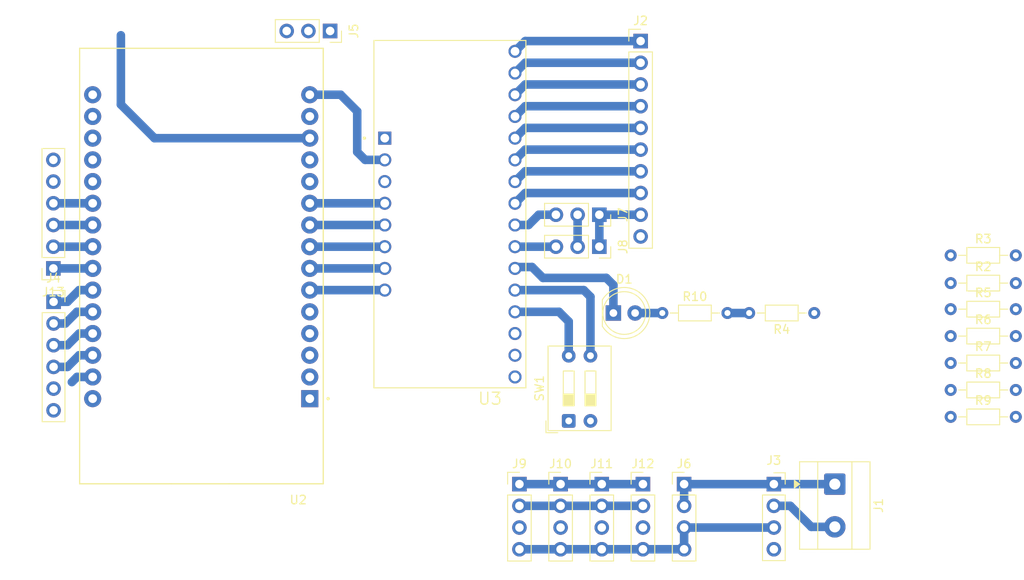
<source format=kicad_pcb>
(kicad_pcb (version 20241229) (generator "pcbnew") (generator_version "9.0")
  (layers (0 "F.Cu" signal) (2 "B.Cu" signal) (13 "F.Paste" user) (15 "B.Paste" user) (5 "F.SilkS" user "F.Silkscreen") (7 "B.SilkS" user "B.Silkscreen") (1 "F.Mask" user) (3 "B.Mask" user) (25 "Edge.Cuts" user))
  (net 0 "")
  (net 1 "GND")
  (net 2 "ECHO2")
  (net 3 "Net-(J10-Pin_3)")
  (net 4 "Net-(J9-Pin_3)")
  (net 5 "TRIG1")
  (net 6 "EN-R")
  (net 7 "PWM-R")
  (net 8 "EN-L")
  (net 9 "PWM-L")
  (net 10 "PWM-L 2")
  (net 11 "PWM-R 2")
  (net 12 "EN-R 2")
  (net 13 "EN-L 2")
  (net 14 "D0")
  (net 15 "D3")
  (net 16 "D5")
  (net 17 "D4")
  (net 18 "D6")
  (net 19 "D8")
  (net 20 "D7")
  (net 21 "D2")
  (net 22 "D1")
  (net 23 "A2")
  (net 24 "Net-(J11-Pin_3)")
  (net 25 "Net-(J12-Pin_3)")
  (net 26 "ECHO1")
  (net 27 "D9")
  (net 28 "ECHO3")
  (net 29 "ECHO4")
  (net 30 "SW1")
  (net 31 "SW2")
  (net 32 "IN+")
  (net 33 "IN-")
  (net 34 "Net-(D1-A)")
  (net 35 "D10")
  (net 36 "S0")
  (net 37 "S3")
  (net 38 "S2")
  (net 39 "S1")
  (net 42 "SIG")
  (net 52 "OUT+")
  (footprint "Connector_PinHeader_2.54mm:PinHeader_1x04_P2.54mm_Vertical" (layer "F.Cu") (at 174 96.52)
    (property "Reference" "J6" (at 0 -2.38 0) (layer "F.SilkS"))
    (property "Value" "Conn_01x04_Pin")
    (fp_line (start -1.38 -1.38) (end 0 -1.38) (stroke (width 0.12)) (layer "F.SilkS"))
    (fp_line (start -1.38 0) (end -1.38 -1.38) (stroke (width 0.12)) (layer "F.SilkS"))
    (fp_line (start -1.38 1.27) (end -1.38 9) (stroke (width 0.12)) (layer "F.SilkS"))
    (fp_line (start -1.38 1.27) (end 1.38 1.27) (stroke (width 0.12)) (layer "F.SilkS"))
    (fp_line (start -1.38 9) (end 1.38 9) (stroke (width 0.12)) (layer "F.SilkS"))
    (fp_line (start 1.38 1.27) (end 1.38 9) (stroke (width 0.12)) (layer "F.SilkS"))
    (pad "1" thru_hole rect (at 0 0) (size 1.7 1.7) (drill 1) (layers "*.Cu" "*.Mask") (net 52 "OUT+"))
    (pad "2" thru_hole circle (at 0 2.54) (size 1.7 1.7) (drill 1) (layers "*.Cu" "*.Mask") (net 52 "OUT+"))
    (pad "3" thru_hole circle (at 0 5.08) (size 1.7 1.7) (drill 1) (layers "*.Cu" "*.Mask") (net 1 "GND"))
    (pad "4" thru_hole circle (at 0 7.62) (size 1.7 1.7) (drill 1) (layers "*.Cu" "*.Mask") (net 1 "GND"))
  )
  (footprint "Connector_PinSocket_2.54mm:PinSocket_1x03_P2.54mm_Vertical" (layer "F.Cu") (at 132.58 43.5 -90)
    (property "Reference" "J5" (at 0 -2.77 90) (layer "F.SilkS"))
    (property "Value" "infrarrojo")
    (fp_line (start -1.33 6.41) (end 1.33 6.41) (stroke (width 0.12)) (layer "F.SilkS"))
    (fp_line (start -1.33 1.27) (end -1.33 6.41) (stroke (width 0.12)) (layer "F.SilkS"))
    (fp_line (start -1.33 1.27) (end 1.33 1.27) (stroke (width 0.12)) (layer "F.SilkS"))
    (fp_line (start 1.33 1.27) (end 1.33 6.41) (stroke (width 0.12)) (layer "F.SilkS"))
    (fp_line (start 0 -1.33) (end 1.33 -1.33) (stroke (width 0.12)) (layer "F.SilkS"))
    (fp_line (start 1.33 -1.33) (end 1.33 0) (stroke (width 0.12)) (layer "F.SilkS"))
    (pad "1" thru_hole rect (at 0 0 270) (size 1.7 1.7) (drill 1) (layers "*.Cu" "*.Mask") (net 32 "IN+"))
    (pad "2" thru_hole circle (at 0 2.54 270) (size 1.7 1.7) (drill 1) (layers "*.Cu" "*.Mask") (net 1 "GND"))
    (pad "3" thru_hole circle (at 0 5.08 270) (size 1.7 1.7) (drill 1) (layers "*.Cu" "*.Mask") (net 23 "A2"))
  )
  (footprint "Resistor_THT:R_Axial_DIN0204_L3.6mm_D1.6mm_P7.62mm_Horizontal" (layer "F.Cu") (at 205.19 76.05)
    (property "Reference" "R5" (at 3.81 -1.92 0) (layer "F.SilkS"))
    (property "Value" "R")
    (fp_line (start 0.94 0) (end 1.89 0) (stroke (width 0.12)) (layer "F.SilkS"))
    (fp_line (start 1.89 -0.92) (end 1.89 0.92) (stroke (width 0.12)) (layer "F.SilkS"))
    (fp_line (start 1.89 0.92) (end 5.73 0.92) (stroke (width 0.12)) (layer "F.SilkS"))
    (fp_line (start 5.73 -0.92) (end 1.89 -0.92) (stroke (width 0.12)) (layer "F.SilkS"))
    (fp_line (start 5.73 0.92) (end 5.73 -0.92) (stroke (width 0.12)) (layer "F.SilkS"))
    (fp_line (start 6.68 0) (end 5.73 0) (stroke (width 0.12)) (layer "F.SilkS"))
    (pad "1" thru_hole circle (at 0 0) (size 1.4 1.4) (drill 0.7) (layers "*.Cu" "*.Mask") (net 1 "GND"))
    (pad "2" thru_hole oval (at 7.62 0) (size 1.4 1.4) (drill 0.7) (layers "*.Cu" "*.Mask") (net 2 "ECHO2"))
  )
  (footprint "Connector_PinHeader_2.54mm:PinHeader_1x04_P2.54mm_Vertical" (layer "F.Cu") (at 164.365 96.52)
    (property "Reference" "J11" (at 0 -2.38 0) (layer "F.SilkS"))
    (property "Value" "HC-04")
    (fp_line (start -1.38 -1.38) (end 0 -1.38) (stroke (width 0.12)) (layer "F.SilkS"))
    (fp_line (start -1.38 0) (end -1.38 -1.38) (stroke (width 0.12)) (layer "F.SilkS"))
    (fp_line (start -1.38 1.27) (end -1.38 9) (stroke (width 0.12)) (layer "F.SilkS"))
    (fp_line (start -1.38 1.27) (end 1.38 1.27) (stroke (width 0.12)) (layer "F.SilkS"))
    (fp_line (start -1.38 9) (end 1.38 9) (stroke (width 0.12)) (layer "F.SilkS"))
    (fp_line (start 1.38 1.27) (end 1.38 9) (stroke (width 0.12)) (layer "F.SilkS"))
    (pad "1" thru_hole rect (at 0 0) (size 1.7 1.7) (drill 1) (layers "*.Cu" "*.Mask") (net 32 "IN+"))
    (pad "2" thru_hole circle (at 0 2.54) (size 1.7 1.7) (drill 1) (layers "*.Cu" "*.Mask") (net 5 "TRIG1"))
    (pad "3" thru_hole circle (at 0 5.08) (size 1.7 1.7) (drill 1) (layers "*.Cu" "*.Mask") (net 24 "Net-(J11-Pin_3)"))
    (pad "4" thru_hole circle (at 0 7.62) (size 1.7 1.7) (drill 1) (layers "*.Cu" "*.Mask") (net 1 "GND"))
  )
  (footprint "Resistor_THT:R_Axial_DIN0204_L3.6mm_D1.6mm_P7.62mm_Horizontal" (layer "F.Cu") (at 205.19 69.75)
    (property "Reference" "R3" (at 3.81 -1.92 0) (layer "F.SilkS"))
    (property "Value" "R")
    (fp_line (start 0.94 0) (end 1.89 0) (stroke (width 0.12)) (layer "F.SilkS"))
    (fp_line (start 1.89 -0.92) (end 1.89 0.92) (stroke (width 0.12)) (layer "F.SilkS"))
    (fp_line (start 1.89 0.92) (end 5.73 0.92) (stroke (width 0.12)) (layer "F.SilkS"))
    (fp_line (start 5.73 -0.92) (end 1.89 -0.92) (stroke (width 0.12)) (layer "F.SilkS"))
    (fp_line (start 5.73 0.92) (end 5.73 -0.92) (stroke (width 0.12)) (layer "F.SilkS"))
    (fp_line (start 6.68 0) (end 5.73 0) (stroke (width 0.12)) (layer "F.SilkS"))
    (pad "1" thru_hole circle (at 0 0) (size 1.4 1.4) (drill 0.7) (layers "*.Cu" "*.Mask") (net 4 "Net-(J9-Pin_3)"))
    (pad "2" thru_hole oval (at 7.62 0) (size 1.4 1.4) (drill 0.7) (layers "*.Cu" "*.Mask") (net 26 "ECHO1"))
  )
  (footprint "Connector_PinHeader_2.54mm:PinHeader_1x04_P2.54mm_Vertical" (layer "F.Cu") (at 159.5475 96.52)
    (property "Reference" "J10" (at 0 -2.38 0) (layer "F.SilkS"))
    (property "Value" "HC-04")
    (fp_line (start -1.38 -1.38) (end 0 -1.38) (stroke (width 0.12)) (layer "F.SilkS"))
    (fp_line (start -1.38 0) (end -1.38 -1.38) (stroke (width 0.12)) (layer "F.SilkS"))
    (fp_line (start -1.38 1.27) (end -1.38 9) (stroke (width 0.12)) (layer "F.SilkS"))
    (fp_line (start -1.38 1.27) (end 1.38 1.27) (stroke (width 0.12)) (layer "F.SilkS"))
    (fp_line (start -1.38 9) (end 1.38 9) (stroke (width 0.12)) (layer "F.SilkS"))
    (fp_line (start 1.38 1.27) (end 1.38 9) (stroke (width 0.12)) (layer "F.SilkS"))
    (pad "1" thru_hole rect (at 0 0) (size 1.7 1.7) (drill 1) (layers "*.Cu" "*.Mask") (net 32 "IN+"))
    (pad "2" thru_hole circle (at 0 2.54) (size 1.7 1.7) (drill 1) (layers "*.Cu" "*.Mask") (net 5 "TRIG1"))
    (pad "3" thru_hole circle (at 0 5.08) (size 1.7 1.7) (drill 1) (layers "*.Cu" "*.Mask") (net 3 "Net-(J10-Pin_3)"))
    (pad "4" thru_hole circle (at 0 7.62) (size 1.7 1.7) (drill 1) (layers "*.Cu" "*.Mask") (net 1 "GND"))
  )
  (footprint "Resistor_THT:R_Axial_DIN0204_L3.6mm_D1.6mm_P7.62mm_Horizontal" (layer "F.Cu") (at 205.19 79.2)
    (property "Reference" "R6" (at 3.81 -1.92 0) (layer "F.SilkS"))
    (property "Value" "R")
    (fp_line (start 0.94 0) (end 1.89 0) (stroke (width 0.12)) (layer "F.SilkS"))
    (fp_line (start 1.89 -0.92) (end 1.89 0.92) (stroke (width 0.12)) (layer "F.SilkS"))
    (fp_line (start 1.89 0.92) (end 5.73 0.92) (stroke (width 0.12)) (layer "F.SilkS"))
    (fp_line (start 5.73 -0.92) (end 1.89 -0.92) (stroke (width 0.12)) (layer "F.SilkS"))
    (fp_line (start 5.73 0.92) (end 5.73 -0.92) (stroke (width 0.12)) (layer "F.SilkS"))
    (fp_line (start 6.68 0) (end 5.73 0) (stroke (width 0.12)) (layer "F.SilkS"))
    (pad "1" thru_hole circle (at 0 0) (size 1.4 1.4) (drill 0.7) (layers "*.Cu" "*.Mask") (net 24 "Net-(J11-Pin_3)"))
    (pad "2" thru_hole oval (at 7.62 0) (size 1.4 1.4) (drill 0.7) (layers "*.Cu" "*.Mask") (net 28 "ECHO3"))
  )
  (footprint "Connector_PinSocket_2.54mm:PinSocket_1x03_P2.54mm_Vertical" (layer "F.Cu") (at 164.08 65 -90)
    (property "Reference" "J7" (at 0 -2.77 90) (layer "F.SilkS"))
    (property "Value" "Conn_01x03_Pin")
    (fp_line (start -1.33 6.41) (end 1.33 6.41) (stroke (width 0.12)) (layer "F.SilkS"))
    (fp_line (start -1.33 1.27) (end -1.33 6.41) (stroke (width 0.12)) (layer "F.SilkS"))
    (fp_line (start -1.33 1.27) (end 1.33 1.27) (stroke (width 0.12)) (layer "F.SilkS"))
    (fp_line (start 1.33 1.27) (end 1.33 6.41) (stroke (width 0.12)) (layer "F.SilkS"))
    (fp_line (start 0 -1.33) (end 1.33 -1.33) (stroke (width 0.12)) (layer "F.SilkS"))
    (fp_line (start 1.33 -1.33) (end 1.33 0) (stroke (width 0.12)) (layer "F.SilkS"))
    (pad "1" thru_hole rect (at 0 0 270) (size 1.7 1.7) (drill 1) (layers "*.Cu" "*.Mask") (net 32 "IN+"))
    (pad "2" thru_hole circle (at 0 2.54 270) (size 1.7 1.7) (drill 1) (layers "*.Cu" "*.Mask") (net 1 "GND"))
    (pad "3" thru_hole circle (at 0 5.08 270) (size 1.7 1.7) (drill 1) (layers "*.Cu" "*.Mask") (net 14 "D0"))
  )
  (footprint "Connector_PinHeader_2.54mm:PinHeader_1x04_P2.54mm_Vertical" (layer "F.Cu") (at 169.1825 96.52)
    (property "Reference" "J12" (at 0 -2.38 0) (layer "F.SilkS"))
    (property "Value" "HC-04")
    (fp_line (start -1.38 -1.38) (end 0 -1.38) (stroke (width 0.12)) (layer "F.SilkS"))
    (fp_line (start -1.38 0) (end -1.38 -1.38) (stroke (width 0.12)) (layer "F.SilkS"))
    (fp_line (start -1.38 1.27) (end -1.38 9) (stroke (width 0.12)) (layer "F.SilkS"))
    (fp_line (start -1.38 1.27) (end 1.38 1.27) (stroke (width 0.12)) (layer "F.SilkS"))
    (fp_line (start -1.38 9) (end 1.38 9) (stroke (width 0.12)) (layer "F.SilkS"))
    (fp_line (start 1.38 1.27) (end 1.38 9) (stroke (width 0.12)) (layer "F.SilkS"))
    (pad "1" thru_hole rect (at 0 0) (size 1.7 1.7) (drill 1) (layers "*.Cu" "*.Mask") (net 32 "IN+"))
    (pad "2" thru_hole circle (at 0 2.54) (size 1.7 1.7) (drill 1) (layers "*.Cu" "*.Mask") (net 5 "TRIG1"))
    (pad "3" thru_hole circle (at 0 5.08) (size 1.7 1.7) (drill 1) (layers "*.Cu" "*.Mask") (net 25 "Net-(J12-Pin_3)"))
    (pad "4" thru_hole circle (at 0 7.62) (size 1.7 1.7) (drill 1) (layers "*.Cu" "*.Mask") (net 1 "GND"))
  )
  (footprint "Resistor_THT:R_Axial_DIN0204_L3.6mm_D1.6mm_P7.62mm_Horizontal" (layer "F.Cu") (at 205.19 73)
    (property "Reference" "R2" (at 3.81 -1.92 0) (layer "F.SilkS"))
    (property "Value" "R")
    (fp_line (start 0.94 0) (end 1.89 0) (stroke (width 0.12)) (layer "F.SilkS"))
    (fp_line (start 1.89 -0.92) (end 1.89 0.92) (stroke (width 0.12)) (layer "F.SilkS"))
    (fp_line (start 1.89 0.92) (end 5.73 0.92) (stroke (width 0.12)) (layer "F.SilkS"))
    (fp_line (start 5.73 -0.92) (end 1.89 -0.92) (stroke (width 0.12)) (layer "F.SilkS"))
    (fp_line (start 5.73 0.92) (end 5.73 -0.92) (stroke (width 0.12)) (layer "F.SilkS"))
    (fp_line (start 6.68 0) (end 5.73 0) (stroke (width 0.12)) (layer "F.SilkS"))
    (pad "1" thru_hole circle (at 0 0) (size 1.4 1.4) (drill 0.7) (layers "*.Cu" "*.Mask") (net 3 "Net-(J10-Pin_3)"))
    (pad "2" thru_hole oval (at 7.62 0) (size 1.4 1.4) (drill 0.7) (layers "*.Cu" "*.Mask") (net 2 "ECHO2"))
  )
  (footprint "Button_Switch_THT:SW_DIP_SPSTx02_Slide_9.78x7.26mm_W7.62mm_P2.54mm" (layer "F.Cu") (at 160.5 89.12 90)
    (property "Reference" "SW1" (at 3.81 -3.42 90) (layer "F.SilkS"))
    (property "Value" "SW_DIP_x02")
    (fp_line (start -1.38 -2.66) (end 0.003 -2.66) (stroke (width 0.12)) (layer "F.SilkS"))
    (fp_line (start -1.38 -2.66) (end -1.38 -1.277) (stroke (width 0.12)) (layer "F.SilkS"))
    (fp_line (start 8.76 -2.42) (end 8.76 4.96) (stroke (width 0.12)) (layer "F.SilkS"))
    (fp_line (start -1.14 -2.42) (end 8.76 -2.42) (stroke (width 0.12)) (layer "F.SilkS"))
    (fp_line (start -1.14 -2.42) (end -1.14 4.96) (stroke (width 0.12)) (layer "F.SilkS"))
    (fp_line (start 3.133333 -0.635) (end 3.133333 0.635) (stroke (width 0.12)) (layer "F.SilkS"))
    (fp_line (start 3.133333 1.905) (end 3.133333 3.175) (stroke (width 0.12)) (layer "F.SilkS"))
    (fp_line (start -1.14 4.96) (end 8.76 4.96) (stroke (width 0.12)) (layer "F.SilkS"))
    (fp_rect (start 1.78 -0.635) (end 5.84 0.635) (stroke (width 0.12)) (fill no) (layer "F.SilkS"))
    (fp_rect (start 1.78 -0.635) (end 3.133333 0.635) (stroke (width 0.12)) (fill yes) (layer "F.SilkS"))
    (fp_rect (start 1.78 1.905) (end 5.84 3.175) (stroke (width 0.12)) (fill no) (layer "F.SilkS"))
    (fp_rect (start 1.78 1.905) (end 3.133333 3.175) (stroke (width 0.12)) (fill yes) (layer "F.SilkS"))
    (pad "1" thru_hole roundrect (at 0 0 90) (size 1.6 1.6) (drill 0.8) (layers "*.Cu" "*.Mask") (roundrect_rratio 0.15625) (net 1 "GND"))
    (pad "2" thru_hole circle (at 0 2.54 90) (size 1.6 1.6) (drill 0.8) (layers "*.Cu" "*.Mask") (net 1 "GND"))
    (pad "3" thru_hole circle (at 7.62 2.54 90) (size 1.6 1.6) (drill 0.8) (layers "*.Cu" "*.Mask") (net 31 "SW2"))
    (pad "4" thru_hole circle (at 7.62 0 90) (size 1.6 1.6) (drill 0.8) (layers "*.Cu" "*.Mask") (net 30 "SW1"))
  )
  (footprint "Connector_PinHeader_2.54mm:PinHeader_1x04_P2.54mm_Vertical" (layer "F.Cu") (at 154.73 96.52)
    (property "Reference" "J9" (at 0 -2.38 0) (layer "F.SilkS"))
    (property "Value" "HC-04")
    (fp_line (start -1.38 -1.38) (end 0 -1.38) (stroke (width 0.12)) (layer "F.SilkS"))
    (fp_line (start -1.38 0) (end -1.38 -1.38) (stroke (width 0.12)) (layer "F.SilkS"))
    (fp_line (start -1.38 1.27) (end -1.38 9) (stroke (width 0.12)) (layer "F.SilkS"))
    (fp_line (start -1.38 1.27) (end 1.38 1.27) (stroke (width 0.12)) (layer "F.SilkS"))
    (fp_line (start -1.38 9) (end 1.38 9) (stroke (width 0.12)) (layer "F.SilkS"))
    (fp_line (start 1.38 1.27) (end 1.38 9) (stroke (width 0.12)) (layer "F.SilkS"))
    (pad "1" thru_hole rect (at 0 0) (size 1.7 1.7) (drill 1) (layers "*.Cu" "*.Mask") (net 32 "IN+"))
    (pad "2" thru_hole circle (at 0 2.54) (size 1.7 1.7) (drill 1) (layers "*.Cu" "*.Mask") (net 5 "TRIG1"))
    (pad "3" thru_hole circle (at 0 5.08) (size 1.7 1.7) (drill 1) (layers "*.Cu" "*.Mask") (net 4 "Net-(J9-Pin_3)"))
    (pad "4" thru_hole circle (at 0 7.62) (size 1.7 1.7) (drill 1) (layers "*.Cu" "*.Mask") (net 1 "GND"))
  )
  (footprint "Connector_PinSocket_2.54mm:PinSocket_1x06_P2.54mm_Vertical" (layer "F.Cu") (at 100.2 71.28 180)
    (property "Reference" "J13" (at 0 -2.77 0) (layer "F.SilkS"))
    (property "Value" "Conn_01x06_Pin")
    (fp_line (start 1.33 1.27) (end 1.33 14.03) (stroke (width 0.12)) (layer "F.SilkS"))
    (fp_line (start 1.33 -1.33) (end 1.33 0) (stroke (width 0.12)) (layer "F.SilkS"))
    (fp_line (start 0 -1.33) (end 1.33 -1.33) (stroke (width 0.12)) (layer "F.SilkS"))
    (fp_line (start -1.33 14.03) (end 1.33 14.03) (stroke (width 0.12)) (layer "F.SilkS"))
    (fp_line (start -1.33 1.27) (end 1.33 1.27) (stroke (width 0.12)) (layer "F.SilkS"))
    (fp_line (start -1.33 1.27) (end -1.33 14.03) (stroke (width 0.12)) (layer "F.SilkS"))
    (pad "1" thru_hole rect (at 0 0 180) (size 1.7 1.7) (drill 1) (layers "*.Cu" "*.Mask") (net 10 "PWM-L 2"))
    (pad "2" thru_hole circle (at 0 2.54 180) (size 1.7 1.7) (drill 1) (layers "*.Cu" "*.Mask") (net 11 "PWM-R 2"))
    (pad "3" thru_hole circle (at 0 5.08 180) (size 1.7 1.7) (drill 1) (layers "*.Cu" "*.Mask") (net 13 "EN-L 2"))
    (pad "4" thru_hole circle (at 0 7.62 180) (size 1.7 1.7) (drill 1) (layers "*.Cu" "*.Mask") (net 12 "EN-R 2"))
    (pad "5" thru_hole circle (at 0 10.16 180) (size 1.7 1.7) (drill 1) (layers "*.Cu" "*.Mask") (net 1 "GND"))
    (pad "6" thru_hole circle (at 0 12.7 180) (size 1.7 1.7) (drill 1) (layers "*.Cu" "*.Mask") (net 32 "IN+"))
  )
  (footprint "Connector_PinHeader_2.54mm:PinHeader_1x10_P2.54mm_Vertical" (layer "F.Cu") (at 168.91 44.68)
    (property "Reference" "J2" (at 0 -2.38 0) (layer "F.SilkS"))
    (property "Value" "Conn_01x10_Pin")
    (fp_line (start -1.38 -1.38) (end 0 -1.38) (stroke (width 0.12)) (layer "F.SilkS"))
    (fp_line (start -1.38 0) (end -1.38 -1.38) (stroke (width 0.12)) (layer "F.SilkS"))
    (fp_line (start -1.38 1.27) (end -1.38 24.24) (stroke (width 0.12)) (layer "F.SilkS"))
    (fp_line (start -1.38 1.27) (end 1.38 1.27) (stroke (width 0.12)) (layer "F.SilkS"))
    (fp_line (start -1.38 24.24) (end 1.38 24.24) (stroke (width 0.12)) (layer "F.SilkS"))
    (fp_line (start 1.38 1.27) (end 1.38 24.24) (stroke (width 0.12)) (layer "F.SilkS"))
    (pad "1" thru_hole rect (at 0 0) (size 1.7 1.7) (drill 1) (layers "*.Cu" "*.Mask") (net 22 "D1"))
    (pad "2" thru_hole circle (at 0 2.54) (size 1.7 1.7) (drill 1) (layers "*.Cu" "*.Mask") (net 21 "D2"))
    (pad "3" thru_hole circle (at 0 5.08) (size 1.7 1.7) (drill 1) (layers "*.Cu" "*.Mask") (net 15 "D3"))
    (pad "4" thru_hole circle (at 0 7.62) (size 1.7 1.7) (drill 1) (layers "*.Cu" "*.Mask") (net 17 "D4"))
    (pad "5" thru_hole circle (at 0 10.16) (size 1.7 1.7) (drill 1) (layers "*.Cu" "*.Mask") (net 16 "D5"))
    (pad "6" thru_hole circle (at 0 12.7) (size 1.7 1.7) (drill 1) (layers "*.Cu" "*.Mask") (net 18 "D6"))
    (pad "7" thru_hole circle (at 0 15.24) (size 1.7 1.7) (drill 1) (layers "*.Cu" "*.Mask") (net 20 "D7"))
    (pad "8" thru_hole circle (at 0 17.78) (size 1.7 1.7) (drill 1) (layers "*.Cu" "*.Mask") (net 19 "D8"))
    (pad "9" thru_hole circle (at 0 20.32) (size 1.7 1.7) (drill 1) (layers "*.Cu" "*.Mask") (net 32 "IN+"))
    (pad "10" thru_hole circle (at 0 22.86) (size 1.7 1.7) (drill 1) (layers "*.Cu" "*.Mask") (net 1 "GND"))
  )
  (footprint "Connector_PinSocket_2.54mm:PinSocket_1x06_P2.54mm_Vertical" (layer "F.Cu") (at 100.225 75.184)
    (property "Reference" "J4" (at 0 -2.77 0) (layer "F.SilkS"))
    (property "Value" "Conn_01x06_Pin")
    (fp_line (start -1.33 1.27) (end -1.33 14.03) (stroke (width 0.12)) (layer "F.SilkS"))
    (fp_line (start -1.33 1.27) (end 1.33 1.27) (stroke (width 0.12)) (layer "F.SilkS"))
    (fp_line (start -1.33 14.03) (end 1.33 14.03) (stroke (width 0.12)) (layer "F.SilkS"))
    (fp_line (start 0 -1.33) (end 1.33 -1.33) (stroke (width 0.12)) (layer "F.SilkS"))
    (fp_line (start 1.33 -1.33) (end 1.33 0) (stroke (width 0.12)) (layer "F.SilkS"))
    (fp_line (start 1.33 1.27) (end 1.33 14.03) (stroke (width 0.12)) (layer "F.SilkS"))
    (pad "1" thru_hole rect (at 0 0) (size 1.7 1.7) (drill 1) (layers "*.Cu" "*.Mask") (net 9 "PWM-L"))
    (pad "2" thru_hole circle (at 0 2.54) (size 1.7 1.7) (drill 1) (layers "*.Cu" "*.Mask") (net 7 "PWM-R"))
    (pad "3" thru_hole circle (at 0 5.08) (size 1.7 1.7) (drill 1) (layers "*.Cu" "*.Mask") (net 8 "EN-L"))
    (pad "4" thru_hole circle (at 0 7.62) (size 1.7 1.7) (drill 1) (layers "*.Cu" "*.Mask") (net 6 "EN-R"))
    (pad "5" thru_hole circle (at 0 10.16) (size 1.7 1.7) (drill 1) (layers "*.Cu" "*.Mask") (net 1 "GND"))
    (pad "6" thru_hole circle (at 0 12.7) (size 1.7 1.7) (drill 1) (layers "*.Cu" "*.Mask") (net 32 "IN+"))
  )
  (footprint "Resistor_THT:R_Axial_DIN0204_L3.6mm_D1.6mm_P7.62mm_Horizontal" (layer "F.Cu") (at 205.19 82.35)
    (property "Reference" "R7" (at 3.81 -1.92 0) (layer "F.SilkS"))
    (property "Value" "R")
    (fp_line (start 0.94 0) (end 1.89 0) (stroke (width 0.12)) (layer "F.SilkS"))
    (fp_line (start 1.89 -0.92) (end 1.89 0.92) (stroke (width 0.12)) (layer "F.SilkS"))
    (fp_line (start 1.89 0.92) (end 5.73 0.92) (stroke (width 0.12)) (layer "F.SilkS"))
    (fp_line (start 5.73 -0.92) (end 1.89 -0.92) (stroke (width 0.12)) (layer "F.SilkS"))
    (fp_line (start 5.73 0.92) (end 5.73 -0.92) (stroke (width 0.12)) (layer "F.SilkS"))
    (fp_line (start 6.68 0) (end 5.73 0) (stroke (width 0.12)) (layer "F.SilkS"))
    (pad "1" thru_hole circle (at 0 0) (size 1.4 1.4) (drill 0.7) (layers "*.Cu" "*.Mask") (net 1 "GND"))
    (pad "2" thru_hole oval (at 7.62 0) (size 1.4 1.4) (drill 0.7) (layers "*.Cu" "*.Mask") (net 28 "ECHO3"))
  )
  (footprint "TerminalBlock_MetzConnect:TerminalBlock_MetzConnect_Type055_RT01502HDWU_1x02_P5.00mm_Horizontal" (layer "F.Cu") (at 191.6325 96.52 -90)
    (property "Reference" "J1" (at 2.5 -5.12 90) (layer "F.SilkS"))
    (property "Value" "Screw_Terminal_01x02")
    (fp_line (start -2.62 4.12) (end -0.3 4.12) (stroke (width 0.12)) (layer "F.SilkS"))
    (fp_line (start 0.3 4.12) (end 7.62 4.12) (stroke (width 0.12)) (layer "F.SilkS"))
    (fp_line (start -2.62 2) (end 7.62 2) (stroke (width 0.12)) (layer "F.SilkS"))
    (fp_line (start -2.62 -2) (end 7.62 -2) (stroke (width 0.12)) (layer "F.SilkS"))
    (fp_line (start -2.62 -4.12) (end -2.62 4.12) (stroke (width 0.12)) (layer "F.SilkS"))
    (fp_line (start -2.62 -4.12) (end 7.62 -4.12) (stroke (width 0.12)) (layer "F.SilkS"))
    (fp_line (start 7.62 -4.12) (end 7.62 4.12) (stroke (width 0.12)) (layer "F.SilkS"))
    (fp_poly (pts (xy 0 4.12) (xy 0.44 4.73) (xy -0.44 4.73)) (stroke (width 0.12)) (fill yes) (layer "F.SilkS"))
    (pad "1" thru_hole roundrect (at 0 0 270) (size 2.5 2.5) (drill 1.3) (layers "*.Cu" "*.Mask") (roundrect_rratio 0.1) (net 52 "OUT+"))
    (pad "2" thru_hole circle (at 5 0 270) (size 2.5 2.5) (drill 1.3) (layers "*.Cu" "*.Mask") (net 33 "IN-"))
  )
  (footprint "ESP32 DE 30:MODULE_ESP32_DEVKIT_V1" (layer "F.Cu") (at 117.5 71.005 180)
    (property "Reference" "U2" (at -11.355 -27.36 0) (layer "F.SilkS"))
    (property "Value" "ESP32_30PIN")
    (fp_line (start 14.23 25.475) (end -14.28 25.475) (stroke (width 0.127)) (layer "F.SilkS"))
    (fp_line (start 14.23 -25.475) (end 14.23 25.475) (stroke (width 0.127)) (layer "F.SilkS"))
    (fp_line (start 14.23 -25.475) (end 14.23 25.475) (stroke (width 0.127)) (layer "F.SilkS"))
    (fp_line (start 8.78 25.475) (end 14.23 25.475) (stroke (width 0.127)) (layer "F.SilkS"))
    (fp_line (start 3.5 -25.475) (end 14.23 -25.475) (stroke (width 0.127)) (layer "F.SilkS"))
    (fp_line (start -3.211 -25.475) (end 3.5 -25.475) (stroke (width 0.127)) (layer "F.SilkS"))
    (fp_line (start -8.91 25.475) (end 8.78 25.475) (stroke (width 0.127)) (layer "F.SilkS"))
    (fp_line (start -14.28 25.475) (end -8.91 25.475) (stroke (width 0.127)) (layer "F.SilkS"))
    (fp_line (start -14.28 25.475) (end -14.28 -25.475) (stroke (width 0.127)) (layer "F.SilkS"))
    (fp_line (start -14.28 25.475) (end -14.28 -25.475) (stroke (width 0.127)) (layer "F.SilkS"))
    (fp_line (start -14.28 -25.475) (end 14.23 -25.475) (stroke (width 0.127)) (layer "F.SilkS"))
    (fp_line (start -14.28 -25.475) (end -3.211 -25.475) (stroke (width 0.127)) (layer "F.SilkS"))
    (fp_circle (center -14.85 -15.515) (end -14.75 -15.515) (stroke (width 0.2)) (fill no) (layer "F.SilkS"))
    (pad "" np_thru_hole circle (at -12.28 -23.475 180) (size 3 3) (drill 3) (layers "*.Cu" "*.Mask"))
    (pad "" np_thru_hole circle (at -12.28 23.475 180) (size 3 3) (drill 3) (layers "*.Cu" "*.Mask"))
    (pad "" np_thru_hole circle (at 12.23 -23.475 180) (size 3 3) (drill 3) (layers "*.Cu" "*.Mask"))
    (pad "" np_thru_hole circle (at 12.23 23.475 180) (size 3 3) (drill 3) (layers "*.Cu" "*.Mask"))
    (pad "1" thru_hole rect (at -12.7 -15.515 180) (size 2 2) (drill 1.02) (layers "*.Cu" "*.Mask"))
    (pad "2" thru_hole circle (at -12.7 -12.975 180) (size 2 2) (drill 1.02) (layers "*.Cu" "*.Mask"))
    (pad "3" thru_hole circle (at -12.7 -10.435 180) (size 2 2) (drill 1.02) (layers "*.Cu" "*.Mask"))
    (pad "4" thru_hole circle (at -12.7 -7.895 180) (size 2 2) (drill 1.02) (layers "*.Cu" "*.Mask") (net 29 "ECHO4"))
    (pad "5" thru_hole circle (at -12.7 -5.355 180) (size 2 2) (drill 1.02) (layers "*.Cu" "*.Mask") (net 28 "ECHO3"))
    (pad "6" thru_hole circle (at -12.7 -2.815 180) (size 2 2) (drill 1.02) (layers "*.Cu" "*.Mask") (net 42 "SIG"))
    (pad "7" thru_hole circle (at -12.7 -0.275 180) (size 2 2) (drill 1.02) (layers "*.Cu" "*.Mask") (net 37 "S3"))
    (pad "8" thru_hole circle (at -12.7 2.265 180) (size 2 2) (drill 1.02) (layers "*.Cu" "*.Mask") (net 38 "S2"))
    (pad "9" thru_hole circle (at -12.7 4.805 180) (size 2 2) (drill 1.02) (layers "*.Cu" "*.Mask") (net 39 "S1"))
    (pad "10" thru_hole circle (at -12.7 7.345 180) (size 2 2) (drill 1.02) (layers "*.Cu" "*.Mask") (net 36 "S0"))
    (pad "11" thru_hole circle (at -12.7 9.885 180) (size 2 2) (drill 1.02) (layers "*.Cu" "*.Mask"))
    (pad "12" thru_hole circle (at -12.7 12.425 180) (size 2 2) (drill 1.02) (layers "*.Cu" "*.Mask"))
    (pad "13" thru_hole circle (at -12.7 14.965 180) (size 2 2) (drill 1.02) (layers "*.Cu" "*.Mask") (net 23 "A2"))
    (pad "14" thru_hole circle (at -12.7 17.505 180) (size 2 2) (drill 1.02) (layers "*.Cu" "*.Mask") (net 1 "GND"))
    (pad "15" thru_hole circle (at -12.7 20.045 180) (size 2 2) (drill 1.02) (layers "*.Cu" "*.Mask") (net 32 "IN+"))
    (pad "16" thru_hole circle (at 12.7 20.045 180) (size 2 2) (drill 1.02) (layers "*.Cu" "*.Mask"))
    (pad "17" thru_hole circle (at 12.7 17.505 180) (size 2 2) (drill 1.02) (layers "*.Cu" "*.Mask"))
    (pad "18" thru_hole circle (at 12.7 14.965 180) (size 2 2) (drill 1.02) (layers "*.Cu" "*.Mask"))
    (pad "19" thru_hole circle (at 12.7 12.425 180) (size 2 2) (drill 1.02) (layers "*.Cu" "*.Mask") (net 5 "TRIG1"))
    (pad "20" thru_hole circle (at 12.7 9.885 180) (size 2 2) (drill 1.02) (layers "*.Cu" "*.Mask") (net 26 "ECHO1"))
    (pad "21" thru_hole circle (at 12.7 7.345 180) (size 2 2) (drill 1.02) (layers "*.Cu" "*.Mask") (net 12 "EN-R 2"))
    (pad "22" thru_hole circle (at 12.7 4.805 180) (size 2 2) (drill 1.02) (layers "*.Cu" "*.Mask") (net 13 "EN-L 2"))
    (pad "23" thru_hole circle (at 12.7 2.265 180) (size 2 2) (drill 1.02) (layers "*.Cu" "*.Mask") (net 11 "PWM-R 2"))
    (pad "24" thru_hole circle (at 12.7 -0.275 180) (size 2 2) (drill 1.02) (layers "*.Cu" "*.Mask") (net 10 "PWM-L 2"))
    (pad "25" thru_hole circle (at 12.7 -2.815 180) (size 2 2) (drill 1.02) (layers "*.Cu" "*.Mask") (net 9 "PWM-L"))
    (pad "26" thru_hole circle (at 12.7 -5.355 180) (size 2 2) (drill 1.02) (layers "*.Cu" "*.Mask") (net 7 "PWM-R"))
    (pad "27" thru_hole circle (at 12.7 -7.895 180) (size 2 2) (drill 1.02) (layers "*.Cu" "*.Mask") (net 8 "EN-L"))
    (pad "28" thru_hole circle (at 12.7 -10.435 180) (size 2 2) (drill 1.02) (layers "*.Cu" "*.Mask") (net 6 "EN-R"))
    (pad "29" thru_hole circle (at 12.7 -12.975 180) (size 2 2) (drill 1.02) (layers "*.Cu" "*.Mask") (net 2 "ECHO2"))
    (pad "30" thru_hole circle (at 12.7 -15.515 180) (size 2 2) (drill 1.02) (layers "*.Cu" "*.Mask"))
  )
  (footprint "Resistor_THT:R_Axial_DIN0204_L3.6mm_D1.6mm_P7.62mm_Horizontal" (layer "F.Cu") (at 205.19 85.5)
    (property "Reference" "R8" (at 3.81 -1.92 0) (layer "F.SilkS"))
    (property "Value" "R")
    (fp_line (start 0.94 0) (end 1.89 0) (stroke (width 0.12)) (layer "F.SilkS"))
    (fp_line (start 1.89 -0.92) (end 1.89 0.92) (stroke (width 0.12)) (layer "F.SilkS"))
    (fp_line (start 1.89 0.92) (end 5.73 0.92) (stroke (width 0.12)) (layer "F.SilkS"))
    (fp_line (start 5.73 -0.92) (end 1.89 -0.92) (stroke (width 0.12)) (layer "F.SilkS"))
    (fp_line (start 5.73 0.92) (end 5.73 -0.92) (stroke (width 0.12)) (layer "F.SilkS"))
    (fp_line (start 6.68 0) (end 5.73 0) (stroke (width 0.12)) (layer "F.SilkS"))
    (pad "1" thru_hole circle (at 0 0) (size 1.4 1.4) (drill 0.7) (layers "*.Cu" "*.Mask") (net 25 "Net-(J12-Pin_3)"))
    (pad "2" thru_hole oval (at 7.62 0) (size 1.4 1.4) (drill 0.7) (layers "*.Cu" "*.Mask") (net 29 "ECHO4"))
  )
  (footprint "Connector_PinSocket_2.54mm:PinSocket_1x04_P2.54mm_Vertical" (layer "F.Cu") (at 184.5 96.52)
    (property "Reference" "J3" (at 0 -2.77 0) (layer "F.SilkS"))
    (property "Value" "Conn_01x04_Pin")
    (fp_line (start -1.33 1.27) (end -1.33 8.95) (stroke (width 0.12)) (layer "F.SilkS"))
    (fp_line (start -1.33 1.27) (end 1.33 1.27) (stroke (width 0.12)) (layer "F.SilkS"))
    (fp_line (start -1.33 8.95) (end 1.33 8.95) (stroke (width 0.12)) (layer "F.SilkS"))
    (fp_line (start 0 -1.33) (end 1.33 -1.33) (stroke (width 0.12)) (layer "F.SilkS"))
    (fp_line (start 1.33 -1.33) (end 1.33 0) (stroke (width 0.12)) (layer "F.SilkS"))
    (fp_line (start 1.33 1.27) (end 1.33 8.95) (stroke (width 0.12)) (layer "F.SilkS"))
    (pad "1" thru_hole rect (at 0 0) (size 1.7 1.7) (drill 1) (layers "*.Cu" "*.Mask") (net 52 "OUT+"))
    (pad "2" thru_hole circle (at 0 2.54) (size 1.7 1.7) (drill 1) (layers "*.Cu" "*.Mask") (net 33 "IN-"))
    (pad "3" thru_hole circle (at 0 5.08) (size 1.7 1.7) (drill 1) (layers "*.Cu" "*.Mask") (net 1 "GND"))
    (pad "4" thru_hole circle (at 0 7.62) (size 1.7 1.7) (drill 1) (layers "*.Cu" "*.Mask") (net 32 "IN+"))
  )
  (footprint "Resistor_THT:R_Axial_DIN0204_L3.6mm_D1.6mm_P7.62mm_Horizontal" (layer "F.Cu") (at 205.19 88.65)
    (property "Reference" "R9" (at 3.81 -1.92 0) (layer "F.SilkS"))
    (property "Value" "R")
    (fp_line (start 0.94 0) (end 1.89 0) (stroke (width 0.12)) (layer "F.SilkS"))
    (fp_line (start 1.89 -0.92) (end 1.89 0.92) (stroke (width 0.12)) (layer "F.SilkS"))
    (fp_line (start 1.89 0.92) (end 5.73 0.92) (stroke (width 0.12)) (layer "F.SilkS"))
    (fp_line (start 5.73 -0.92) (end 1.89 -0.92) (stroke (width 0.12)) (layer "F.SilkS"))
    (fp_line (start 5.73 0.92) (end 5.73 -0.92) (stroke (width 0.12)) (layer "F.SilkS"))
    (fp_line (start 6.68 0) (end 5.73 0) (stroke (width 0.12)) (layer "F.SilkS"))
    (pad "1" thru_hole circle (at 0 0) (size 1.4 1.4) (drill 0.7) (layers "*.Cu" "*.Mask") (net 1 "GND"))
    (pad "2" thru_hole oval (at 7.62 0) (size 1.4 1.4) (drill 0.7) (layers "*.Cu" "*.Mask") (net 29 "ECHO4"))
  )
  (footprint "LED_THT:LED_D5.0mm" (layer "F.Cu") (at 165.725 76.5)
    (property "Reference" "D1" (at 1.27 -3.96 0) (layer "F.SilkS"))
    (property "Value" "LED")
    (fp_line (start -1.29 -1.545) (end -1.29 1.545) (stroke (width 0.12)) (layer "F.SilkS"))
    (fp_arc (start -1.29 -1.54483) (mid 2.071756 -2.880501) (end 4.26 -0.000048) (stroke (width 0.12)) (layer "F.SilkS"))
    (fp_arc (start 4.26 0.000048) (mid 2.071756 2.880501) (end -1.29 1.54483) (stroke (width 0.12)) (layer "F.SilkS"))
    (fp_circle (center 1.27 0) (end 3.77 0) (stroke (width 0.12)) (fill no) (layer "F.SilkS"))
    (pad "1" thru_hole rect (at 0 0) (size 1.8 1.8) (drill 0.9) (layers "*.Cu" "*.Mask") (net 35 "D10"))
    (pad "2" thru_hole circle (at 2.54 0) (size 1.8 1.8) (drill 0.9) (layers "*.Cu" "*.Mask") (net 34 "Net-(D1-A)"))
  )
  (footprint "Connector_PinSocket_2.54mm:PinSocket_1x03_P2.54mm_Vertical" (layer "F.Cu") (at 164.08 68.74 -90)
    (property "Reference" "J8" (at 0 -2.77 90) (layer "F.SilkS"))
    (property "Value" "Conn_01x03_Pin")
    (fp_line (start -1.33 6.41) (end 1.33 6.41) (stroke (width 0.12)) (layer "F.SilkS"))
    (fp_line (start -1.33 1.27) (end -1.33 6.41) (stroke (width 0.12)) (layer "F.SilkS"))
    (fp_line (start -1.33 1.27) (end 1.33 1.27) (stroke (width 0.12)) (layer "F.SilkS"))
    (fp_line (start 1.33 1.27) (end 1.33 6.41) (stroke (width 0.12)) (layer "F.SilkS"))
    (fp_line (start 0 -1.33) (end 1.33 -1.33) (stroke (width 0.12)) (layer "F.SilkS"))
    (fp_line (start 1.33 -1.33) (end 1.33 0) (stroke (width 0.12)) (layer "F.SilkS"))
    (pad "1" thru_hole rect (at 0 0 270) (size 1.7 1.7) (drill 1) (layers "*.Cu" "*.Mask") (net 32 "IN+"))
    (pad "2" thru_hole circle (at 0 2.54 270) (size 1.7 1.7) (drill 1) (layers "*.Cu" "*.Mask") (net 1 "GND"))
    (pad "3" thru_hole circle (at 0 5.08 270) (size 1.7 1.7) (drill 1) (layers "*.Cu" "*.Mask") (net 27 "D9"))
  )
  (footprint "Resistor_THT:R_Axial_DIN0204_L3.6mm_D1.6mm_P7.62mm_Horizontal" (layer "F.Cu") (at 189.23 76.5 180)
    (property "Reference" "R4" (at 3.81 -1.92 0) (layer "F.SilkS"))
    (property "Value" "R")
    (fp_line (start 6.68 0) (end 5.73 0) (stroke (width 0.12)) (layer "F.SilkS"))
    (fp_line (start 5.73 0.92) (end 5.73 -0.92) (stroke (width 0.12)) (layer "F.SilkS"))
    (fp_line (start 5.73 -0.92) (end 1.89 -0.92) (stroke (width 0.12)) (layer "F.SilkS"))
    (fp_line (start 1.89 0.92) (end 5.73 0.92) (stroke (width 0.12)) (layer "F.SilkS"))
    (fp_line (start 1.89 -0.92) (end 1.89 0.92) (stroke (width 0.12)) (layer "F.SilkS"))
    (fp_line (start 0.94 0) (end 1.89 0) (stroke (width 0.12)) (layer "F.SilkS"))
    (pad "1" thru_hole circle (at 0 0 180) (size 1.4 1.4) (drill 0.7) (layers "*.Cu" "*.Mask") (net 26 "ECHO1"))
    (pad "2" thru_hole oval (at 7.62 0 180) (size 1.4 1.4) (drill 0.7) (layers "*.Cu" "*.Mask") (net 1 "GND"))
  )
  (footprint "BOB-09056:MODULE_BOB-09056" (layer "F.Cu") (at 146.595 64.93 180)
    (property "Reference" "U3" (at -4.695 -21.589 0) (layer "F.SilkS") (effects (font (size 1.4 1.4))))
    (property "Value" "BOB-09056")
    (fp_line (start 8.89 20.32) (end 8.89 -20.32) (stroke (width 0.127)) (layer "F.SilkS"))
    (fp_line (start 8.89 -20.32) (end -8.89 -20.32) (stroke (width 0.127)) (layer "F.SilkS"))
    (fp_line (start -8.89 20.32) (end 8.89 20.32) (stroke (width 0.127)) (layer "F.SilkS"))
    (fp_line (start -8.89 -20.32) (end -8.89 20.32) (stroke (width 0.127)) (layer "F.SilkS"))
    (fp_circle (center 10 8.89) (end 10.1 8.89) (stroke (width 0.2)) (fill no) (layer "F.SilkS"))
    (pad "JP1-1" thru_hole circle (at -7.62 19.05 180) (size 1.53 1.53) (drill 1.02) (layers "*.Cu" "*.Mask") (net 22 "D1"))
    (pad "JP1-2" thru_hole circle (at -7.62 16.51 180) (size 1.53 1.53) (drill 1.02) (layers "*.Cu" "*.Mask") (net 21 "D2"))
    (pad "JP1-3" thru_hole circle (at -7.62 13.97 180) (size 1.53 1.53) (drill 1.02) (layers "*.Cu" "*.Mask") (net 15 "D3"))
    (pad "JP1-4" thru_hole circle (at -7.62 11.43 180) (size 1.53 1.53) (drill 1.02) (layers "*.Cu" "*.Mask") (net 17 "D4"))
    (pad "JP1-5" thru_hole circle (at -7.62 8.89 180) (size 1.53 1.53) (drill 1.02) (layers "*.Cu" "*.Mask") (net 16 "D5"))
    (pad "JP1-6" thru_hole circle (at -7.62 6.35 180) (size 1.53 1.53) (drill 1.02) (layers "*.Cu" "*.Mask") (net 18 "D6"))
    (pad "JP1-7" thru_hole circle (at -7.62 3.81 180) (size 1.53 1.53) (drill 1.02) (layers "*.Cu" "*.Mask") (net 20 "D7"))
    (pad "JP1-8" thru_hole circle (at -7.62 1.27 180) (size 1.53 1.53) (drill 1.02) (layers "*.Cu" "*.Mask") (net 19 "D8"))
    (pad "JP1-9" thru_hole circle (at -7.62 -1.27 180) (size 1.53 1.53) (drill 1.02) (layers "*.Cu" "*.Mask") (net 14 "D0"))
    (pad "JP1-10" thru_hole circle (at -7.62 -3.81 180) (size 1.53 1.53) (drill 1.02) (layers "*.Cu" "*.Mask") (net 27 "D9"))
    (pad "JP1-11" thru_hole circle (at -7.62 -6.35 180) (size 1.53 1.53) (drill 1.02) (layers "*.Cu" "*.Mask") (net 35 "D10"))
    (pad "JP1-12" thru_hole circle (at -7.62 -8.89 180) (size 1.53 1.53) (drill 1.02) (layers "*.Cu" "*.Mask") (net 31 "SW2"))
    (pad "JP1-13" thru_hole circle (at -7.62 -11.43 180) (size 1.53 1.53) (drill 1.02) (layers "*.Cu" "*.Mask") (net 30 "SW1"))
    (pad "JP1-14" thru_hole circle (at -7.62 -13.97 180) (size 1.53 1.53) (drill 1.02) (layers "*.Cu" "*.Mask"))
    (pad "JP1-15" thru_hole circle (at -7.62 -16.51 180) (size 1.53 1.53) (drill 1.02) (layers "*.Cu" "*.Mask"))
    (pad "JP1-16" thru_hole circle (at -7.62 -19.05 180) (size 1.53 1.53) (drill 1.02) (layers "*.Cu" "*.Mask"))
    (pad "JP3-1" thru_hole rect (at 7.62 8.89 180) (size 1.53 1.53) (drill 1.02) (layers "*.Cu" "*.Mask") (net 1 "GND"))
    (pad "JP3-2" thru_hole circle (at 7.62 6.35 180) (size 1.53 1.53) (drill 1.02) (layers "*.Cu" "*.Mask") (net 32 "IN+"))
    (pad "JP3-3" thru_hole circle (at 7.62 3.81 180) (size 1.53 1.53) (drill 1.02) (layers "*.Cu" "*.Mask"))
    (pad "JP3-4" thru_hole circle (at 7.62 1.27 180) (size 1.53 1.53) (drill 1.02) (layers "*.Cu" "*.Mask") (net 36 "S0"))
    (pad "JP3-5" thru_hole circle (at 7.62 -1.27 180) (size 1.53 1.53) (drill 1.02) (layers "*.Cu" "*.Mask") (net 39 "S1"))
    (pad "JP3-6" thru_hole circle (at 7.62 -3.81 180) (size 1.53 1.53) (drill 1.02) (layers "*.Cu" "*.Mask") (net 38 "S2"))
    (pad "JP3-7" thru_hole circle (at 7.62 -6.35 180) (size 1.53 1.53) (drill 1.02) (layers "*.Cu" "*.Mask") (net 37 "S3"))
    (pad "JP3-8" thru_hole circle (at 7.62 -8.89 180) (size 1.53 1.53) (drill 1.02) (layers "*.Cu" "*.Mask") (net 42 "SIG"))
  )
  (footprint "Resistor_THT:R_Axial_DIN0204_L3.6mm_D1.6mm_P7.62mm_Horizontal" (layer "F.Cu") (at 171.45 76.5)
    (property "Reference" "R10" (at 3.81 -1.92 0) (layer "F.SilkS"))
    (property "Value" "R")
    (fp_line (start 0.94 0) (end 1.89 0) (stroke (width 0.12)) (layer "F.SilkS"))
    (fp_line (start 1.89 -0.92) (end 1.89 0.92) (stroke (width 0.12)) (layer "F.SilkS"))
    (fp_line (start 1.89 0.92) (end 5.73 0.92) (stroke (width 0.12)) (layer "F.SilkS"))
    (fp_line (start 5.73 -0.92) (end 1.89 -0.92) (stroke (width 0.12)) (layer "F.SilkS"))
    (fp_line (start 5.73 0.92) (end 5.73 -0.92) (stroke (width 0.12)) (layer "F.SilkS"))
    (fp_line (start 6.68 0) (end 5.73 0) (stroke (width 0.12)) (layer "F.SilkS"))
    (pad "1" thru_hole circle (at 0 0) (size 1.4 1.4) (drill 0.7) (layers "*.Cu" "*.Mask") (net 34 "Net-(D1-A)"))
    (pad "2" thru_hole oval (at 7.62 0) (size 1.4 1.4) (drill 0.7) (layers "*.Cu" "*.Mask") (net 1 "GND"))
  )
  (segment (start 164.365 104.14) (end 169.1825 104.14) (width 1) (layer "B.Cu") (net 1))
  (segment (start 184.5 101.6) (end 174 101.6) (width 1) (layer "B.Cu") (net 1))
  (segment (start 154.73 104.14) (end 159.5475 104.14) (width 1) (layer "B.Cu") (net 1))
  (segment (start 181.61 76.5) (end 179.23 76.5) (width 1) (layer "B.Cu") (net 1))
  (segment (start 164.365 104.14) (end 159.5475 104.14) (width 1) (layer "B.Cu") (net 1))
  (segment (start 174 104.14) (end 174 101.6) (width 1) (layer "B.Cu") (net 1))
  (segment (start 174 104.14) (end 169.1825 104.14) (width 1) (layer "B.Cu") (net 1))
  (segment (start 161.54 65) (end 161.54 68.74) (width 1) (layer "B.Cu") (net 1))
  (segment (start 102.964 83.98) (end 102.362 84.582) (width 1) (layer "B.Cu") (net 2))
  (segment (start 104.8 83.98) (end 102.964 83.98) (width 1) (layer "B.Cu") (net 2))
  (segment (start 159.5475 99.06) (end 164.365 99.06) (width 1) (layer "B.Cu") (net 5))
  (segment (start 154.73 99.06) (end 159.5475 99.06) (width 1) (layer "B.Cu") (net 5))
  (segment (start 169.1825 99.06) (end 164.365 99.06) (width 1) (layer "B.Cu") (net 5))
  (segment (start 101.854 82.804) (end 100.225 82.804) (width 1) (layer "B.Cu") (net 6))
  (segment (start 103.218 81.44) (end 101.854 82.804) (width 1) (layer "B.Cu") (net 6))
  (segment (start 104.8 81.44) (end 103.218 81.44) (width 1) (layer "B.Cu") (net 6))
  (segment (start 102.964 76.36) (end 101.6 77.724) (width 1) (layer "B.Cu") (net 7))
  (segment (start 101.6 77.724) (end 100.225 77.724) (width 1) (layer "B.Cu") (net 7))
  (segment (start 104.8 76.36) (end 102.964 76.36) (width 1) (layer "B.Cu") (net 7))
  (segment (start 103.218 78.9) (end 101.854 80.264) (width 1) (layer "B.Cu") (net 8))
  (segment (start 101.854 80.264) (end 100.225 80.264) (width 1) (layer "B.Cu") (net 8))
  (segment (start 104.8 78.9) (end 103.218 78.9) (width 1) (layer "B.Cu") (net 8))
  (segment (start 103.218 73.82) (end 101.854 75.184) (width 1) (layer "B.Cu") (net 9))
  (segment (start 104.8 73.82) (end 103.218 73.82) (width 1) (layer "B.Cu") (net 9))
  (segment (start 101.854 75.184) (end 100.225 75.184) (width 1) (layer "B.Cu") (net 9))
  (segment (start 100.2 71.28) (end 104.8 71.28) (width 1) (layer "B.Cu") (net 10))
  (segment (start 100.2 68.74) (end 104.8 68.74) (width 1) (layer "B.Cu") (net 11))
  (segment (start 100.2 63.66) (end 104.8 63.66) (width 1) (layer "B.Cu") (net 12))
  (segment (start 100.2 66.2) (end 104.8 66.2) (width 1) (layer "B.Cu") (net 13))
  (segment (start 154.215 66.2) (end 155.8 66.2) (width 1) (layer "B.Cu") (net 14))
  (segment (start 155.8 66.2) (end 157 65) (width 1) (layer "B.Cu") (net 14))
  (segment (start 157 65) (end 159 65) (width 1) (layer "B.Cu") (net 14))
  (segment (start 154.215 50.96) (end 155.415 49.76) (width 1) (layer "B.Cu") (net 15))
  (segment (start 155.415 49.76) (end 168.91 49.76) (width 1) (layer "B.Cu") (net 15))
  (segment (start 154.215 56.04) (end 155.415 54.84) (width 1) (layer "B.Cu") (net 16))
  (segment (start 155.415 54.84) (end 168.91 54.84) (width 1) (layer "B.Cu") (net 16))
  (segment (start 154.215 53.5) (end 155.415 52.3) (width 1) (layer "B.Cu") (net 17))
  (segment (start 155.415 52.3) (end 168.91 52.3) (width 1) (layer "B.Cu") (net 17))
  (segment (start 155.415 57.38) (end 168.91 57.38) (width 1) (layer "B.Cu") (net 18))
  (segment (start 154.215 58.58) (end 155.415 57.38) (width 1) (layer "B.Cu") (net 18))
  (segment (start 155.415 62.46) (end 168.91 62.46) (width 1) (layer "B.Cu") (net 19))
  (segment (start 155.415 62.46) (end 154.215 63.66) (width 1) (layer "B.Cu") (net 19))
  (segment (start 154.215 61.12) (end 155.415 59.92) (width 1) (layer "B.Cu") (net 20))
  (segment (start 155.415 59.92) (end 168.91 59.92) (width 1) (layer "B.Cu") (net 20))
  (segment (start 155.415 47.22) (end 168.91 47.22) (width 1) (layer "B.Cu") (net 21))
  (segment (start 154.215 48.42) (end 155.415 47.22) (width 1) (layer "B.Cu") (net 21))
  (segment (start 154.215 45.88) (end 155.415 44.68) (width 1) (layer "B.Cu") (net 22))
  (segment (start 155.415 44.68) (end 168.91 44.68) (width 1) (layer "B.Cu") (net 22))
  (segment (start 112.031478 56.04) (end 108.1 52.108522) (width 1) (layer "B.Cu") (net 23))
  (segment (start 108.1 52.108522) (end 108.1 44) (width 1) (layer "B.Cu") (net 23))
  (segment (start 130.2 56.04) (end 112.031478 56.04) (width 1) (layer "B.Cu") (net 23))
  (segment (start 159 68.74) (end 154.215 68.74) (width 1) (layer "B.Cu") (net 27))
  (segment (start 154.215 76.36) (end 159.36 76.36) (width 1) (layer "B.Cu") (net 30))
  (segment (start 160.5 77.5) (end 160.5 81.5) (width 1) (layer "B.Cu") (net 30))
  (segment (start 159.36 76.36) (end 160.5 77.5) (width 1) (layer "B.Cu") (net 30))
  (segment (start 154.215 73.82) (end 162.26 73.82) (width 1) (layer "B.Cu") (net 31))
  (segment (start 163.04 74.6) (end 163.04 81.5) (width 1) (layer "B.Cu") (net 31))
  (segment (start 162.26 73.82) (end 163.04 74.6) (width 1) (layer "B.Cu") (net 31))
  (segment (start 135.75 57.65) (end 136.68 58.58) (width 1) (layer "B.Cu") (net 32))
  (segment (start 159.5475 96.52) (end 154.73 96.52) (width 1) (layer "B.Cu") (net 32))
  (segment (start 136.68 58.58) (end 138.975 58.58) (width 1) (layer "B.Cu") (net 32))
  (segment (start 135.75 52.9) (end 135.75 57.65) (width 1) (layer "B.Cu") (net 32))
  (segment (start 159.5475 96.52) (end 164.365 96.52) (width 1) (layer "B.Cu") (net 32))
  (segment (start 169.1825 96.52) (end 164.365 96.52) (width 1) (layer "B.Cu") (net 32))
  (segment (start 164.08 65) (end 164.08 68.74) (width 1) (layer "B.Cu") (net 32))
  (segment (start 164.08 65) (end 168.91 65) (width 1) (layer "B.Cu") (net 32))
  (segment (start 133.81 50.96) (end 135.75 52.9) (width 1) (layer "B.Cu") (net 32))
  (segment (start 130.2 50.96) (end 133.81 50.96) (width 1) (layer "B.Cu") (net 32))
  (segment (start 186.42 99.06) (end 188.88 101.52) (width 1) (layer "B.Cu") (net 33))
  (segment (start 188.88 101.52) (end 191.6325 101.52) (width 1) (layer "B.Cu") (net 33))
  (segment (start 184.5 99.06) (end 186.42 99.06) (width 1) (layer "B.Cu") (net 33))
  (segment (start 168.265 76.5) (end 171.45 76.5) (width 1) (layer "B.Cu") (net 34))
  (segment (start 157.48 72.39) (end 164.89 72.39) (width 1) (layer "B.Cu") (net 35))
  (segment (start 154.215 71.28) (end 154.375 71.12) (width 1) (layer "B.Cu") (net 35))
  (segment (start 154.375 71.12) (end 156.21 71.12) (width 1) (layer "B.Cu") (net 35))
  (segment (start 156.21 71.12) (end 157.48 72.39) (width 1) (layer "B.Cu") (net 35))
  (segment (start 165.725 73.225) (end 165.725 76.5) (width 1) (layer "B.Cu") (net 35))
  (segment (start 164.89 72.39) (end 165.725 73.225) (width 1) (layer "B.Cu") (net 35))
  (segment (start 130.2 63.66) (end 138.975 63.66) (width 1) (layer "B.Cu") (net 36))
  (segment (start 130.2 71.28) (end 138.975 71.28) (width 1) (layer "B.Cu") (net 37))
  (segment (start 130.2 68.74) (end 138.975 68.74) (width 1) (layer "B.Cu") (net 38))
  (segment (start 138.975 66.2) (end 130.2 66.2) (width 1) (layer "B.Cu") (net 39))
  (segment (start 130.2 73.82) (end 138.975 73.82) (width 1) (layer "B.Cu") (net 42))
  (segment (start 191.5925 96.6) (end 191.6325 96.64) (width 1) (layer "B.Cu") (net 52))
  (segment (start 174 96.52) (end 184.5 96.52) (width 1) (layer "B.Cu") (net 52))
  (segment (start 191.6325 96.52) (end 184.5 96.52) (width 1) (layer "B.Cu") (net 52))
  (segment (start 174 99.06) (end 174 96.52) (width 1) (layer "B.Cu") (net 52))
)
</source>
